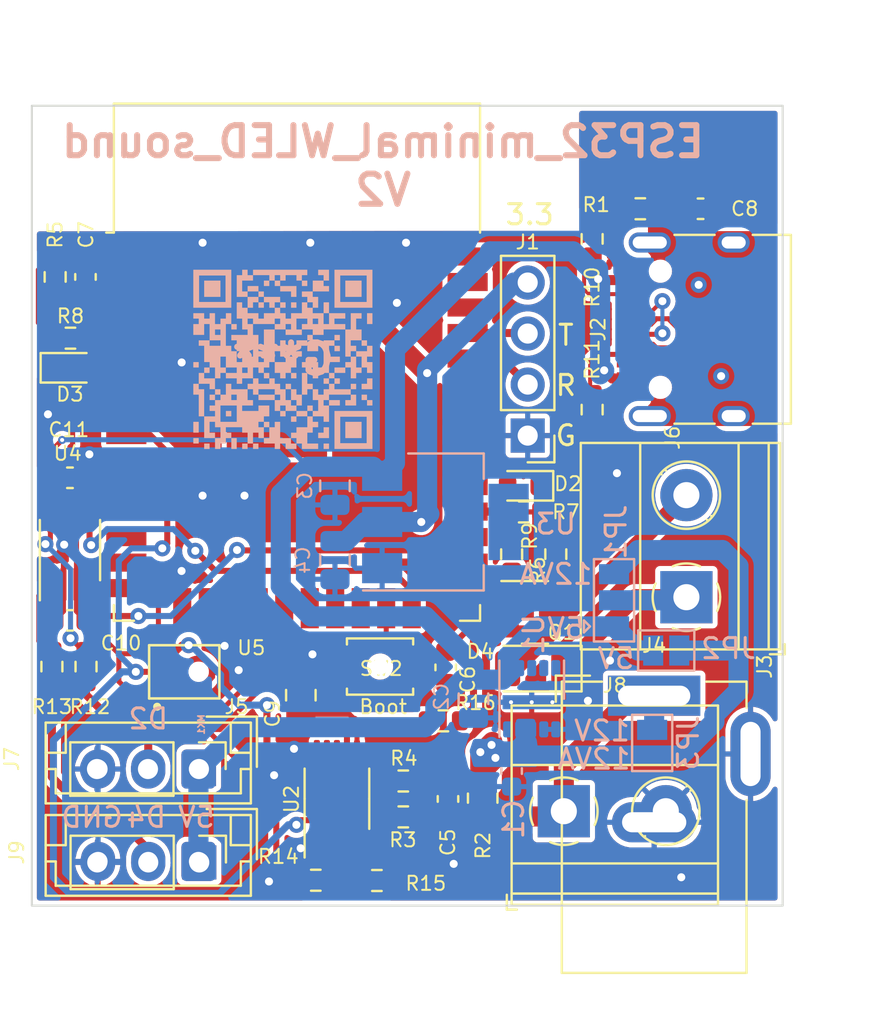
<source format=kicad_pcb>
(kicad_pcb (version 20211014) (generator pcbnew)
  (layers (0 "F.Cu" signal) (31 "B.Cu" signal) (34 "B.Paste" user) (35 "F.Paste" user) (36 "B.SilkS" user "B.Silkscreen") (37 "F.SilkS" user "F.Silkscreen") (38 "B.Mask" user) (39 "F.Mask" user) (44 "Edge.Cuts" user))
  (net 0 "")
  (net 1 "+5V")
  (net 2 "EN")
  (net 3 "IO00")
  (net 4 "/U_GND")
  (net 5 "Net-(D2-Pad1)")
  (net 6 "M1")
  (net 7 "Net-(D3-Pad2)")
  (net 8 "/O1V")
  (net 9 "/O1")
  (net 10 "WS2812B_2")
  (net 11 "+12V")
  (net 12 "Net-(Q1-Pad1)")
  (net 13 "WS")
  (net 14 "Net-(J2-PadB5)")
  (net 15 "Net-(J2-PadA5)")
  (net 16 "Net-(R12-Pad1)")
  (net 17 "Net-(R13-Pad1)")
  (net 20 "SCK")
  (net 21 "SD")
  (net 22 "GPIO_2")
  (net 47 "Net-(J1-Pad2)")
  (net 48 "/D+")
  (net 49 "/D-")
  (net 50 "GND")
  (net 51 "+3V3")
  (net 52 "WS2812B_4")
  (net 53 "GPIO_4")
  (net 54 "Net-(J1-Pad3)")
  (net 55 "Net-(R3-Pad2)")
  (net 57 "Net-(R4-Pad1)")
  (net 58 "+12VA")
  (footprint "RF_Module:ESP32-WROOM-32" (layer "F.Cu") (at 124.307235 71.638632)
    (fp_text reference "U5")
    (fp_text value "ESP32-WROOM-32")
  )
  (footprint "ICS-43434:MIC_ICS-43434" (layer "F.Cu") (at 118.692734 84.060871 90)
    (fp_text reference "MK1")
    (fp_text value "ICS-43434")
  )
  (footprint "TerminalBlock_Phoenix:TerminalBlock_Phoenix_MKDS-1,5-2-5.08_1x02_P5.08mm_Horizontal" (layer "F.Cu") (at 143.705 80.345 90)
    (fp_text reference "J3")
    (fp_text value "Conn_01x02_Male")
  )
  (footprint "Capacitor_SMD:C_0603_1608Metric" (layer "F.Cu") (at 113 81.5)
    (fp_text reference "C10")
    (fp_text value "100nF")
  )
  (footprint "Resistor_SMD:R_0603_1608Metric" (layer "F.Cu") (at 139.010185 71.006724 -90)
    (fp_text reference "R11")
    (fp_text value "5.1k")
  )
  (footprint "Resistor_SMD:R_0603_1608Metric" (layer "F.Cu") (at 131.6 86.5)
    (fp_text reference "R16")
    (fp_text value "10k")
  )
  (footprint "Resistor_SMD:R_0603_1608Metric" (layer "F.Cu") (at 141.410185 61.006724 180)
    (fp_text reference "R1")
    (fp_text value "1M")
  )
  (footprint "Resistor_SMD:R_0805_2012Metric" (layer "F.Cu") (at 133.5584 90.349543 -90)
    (fp_text reference "R2")
    (fp_text value "0.01")
  )
  (footprint "Connector_PinHeader_2.54mm:PinHeader_1x03_P2.54mm_Vertical" (layer "F.Cu") (at 119.44 93.55 -90)
    (fp_text reference "J9")
    (fp_text value "Conn_01x03_Male")
  )
  (footprint "Diode_SMD:D_1206_3216Metric" (layer "F.Cu") (at 136.2 83.9 180)
    (fp_text reference "D4")
    (fp_text value "1N4148")
  )
  (footprint "Connector_USB:USB_C_Receptacle_HRO_TYPE-C-31-M-12" (layer "F.Cu") (at 145.010185 67.006724 90)
    (fp_text reference "J2")
    (fp_text value "USB_C_Receptacle_USB2.0")
  )
  (footprint "Capacitor_SMD:C_0603_1608Metric" (layer "F.Cu") (at 113.772563 64.4 90)
    (fp_text reference "C7")
    (fp_text value "0.1u")
  )
  (footprint "Resistor_SMD:R_0603_1608Metric" (layer "F.Cu") (at 112.262622 64.400681 -90)
    (fp_text reference "R5")
    (fp_text value "10k")
  )
  (footprint "Package_TO_SOT_SMD:SOT-23" (layer "F.Cu") (at 136.1625 81.1)
    (fp_text reference "Q1")
    (fp_text value "AO3400A")
  )
  (footprint "LED_SMD:LED_0603_1608Metric" (layer "F.Cu") (at 135.5875 74.8 180)
    (fp_text reference "D2")
    (fp_text value "LED")
  )
  (footprint "Capacitor_SMD:C_0603_1608Metric" (layer "F.Cu") (at 131.715095 83.840714 -90)
    (fp_text reference "C6")
    (fp_text value "0.1u")
  )
  (footprint "Button_Switch_SMD:SW_SPST_B3U-1000P-B" (layer "F.Cu") (at 128.445285 83.79769)
    (fp_text reference "SW2")
    (fp_text value "Boot")
  )
  (footprint "Capacitor_SMD:C_0603_1608Metric" (layer "F.Cu") (at 144.410185 61.006724 180)
    (fp_text reference "C8")
    (fp_text value "0.1u")
  )
  (footprint "Capacitor_SMD:C_0603_1608Metric" (layer "F.Cu") (at 131.829485 90.389163 -90)
    (fp_text reference "C5")
    (fp_text value "0.1uF")
  )
  (footprint "Resistor_SMD:R_0603_1608Metric" (layer "F.Cu") (at 137.2 78.2 -90)
    (fp_text reference "R6")
    (fp_text value "1k")
  )
  (footprint "Connector_JST:JST_EH_B3B-EH-A_1x03_P2.50mm_Vertical" (layer "F.Cu") (at 119.4 88.9 180)
    (fp_text reference "J5")
    (fp_text value "Conn_01x03_Male")
  )
  (footprint "Resistor_SMD:R_0603_1608Metric" (layer "F.Cu") (at 129.603577 89.495665)
    (fp_text reference "R4")
    (fp_text value "10")
  )
  (footprint "TerminalBlock_Phoenix:TerminalBlock_Phoenix_MKDS-1,5-2-5.08_1x02_P5.08mm_Horizontal" (layer "F.Cu") (at 137.6 91)
    (fp_text reference "J8")
    (fp_text value "Conn_01x02_Male")
  )
  (footprint "Resistor_SMD:R_0603_1608Metric" (layer "F.Cu") (at 113.025 67.45)
    (fp_text reference "R8")
    (fp_text value "100")
  )
  (footprint "Connector_BarrelJack:BarrelJack_GCT_DCJ200-10-A_Horizontal" (layer "F.Cu") (at 142.1 85.25)
    (fp_text reference "J4")
    (fp_text value "Barrel_Jack_Switch_Pin3Ring")
  )
  (footprint "Connector_PinHeader_2.54mm:PinHeader_1x04_P2.54mm_Vertical" (layer "F.Cu") (at 135.8 72.3 180)
    (fp_text reference "J1")
    (fp_text value "Conn_01x04_Male")
  )
  (footprint "Resistor_SMD:R_0603_1608Metric" (layer "F.Cu") (at 128.288368 94.449546 180)
    (fp_text reference "R15")
    (fp_text value "4,7k")
  )
  (footprint "Connector_JST:JST_EH_B3B-EH-A_1x03_P2.50mm_Vertical" (layer "F.Cu") (at 119.4 93.5 180)
    (fp_text reference "J6")
    (fp_text value "Conn_01x03_Male")
  )
  (footprint "LED_SMD:LED_0603_1608Metric" (layer "F.Cu") (at 113.025 68.925)
    (fp_text reference "D3")
    (fp_text value "LED")
  )
  (footprint "Resistor_SMD:R_0603_1608Metric" (layer "F.Cu") (at 112.1 83.8 -90)
    (fp_text reference "R13")
    (fp_text value "300")
  )
  (footprint "Resistor_SMD:R_0603_1608Metric" (layer "F.Cu") (at 135 78.2 -90)
    (fp_text reference "R9")
    (fp_text value "150")
  )
  (footprint "Resistor_SMD:R_0603_1608Metric" (layer "F.Cu") (at 113.8 83.8 -90)
    (fp_text reference "R12")
    (fp_text value "300")
  )
  (footprint "Resistor_SMD:R_0603_1608Metric" (layer "F.Cu") (at 139.010185 62.506724 90)
    (fp_text reference "R10")
    (fp_text value "5.1k")
  )
  (footprint "Capacitor_SMD:C_0603_1608Metric" (layer "F.Cu") (at 113 74.4)
    (fp_text reference "C11")
    (fp_text value "100nF")
  )
  (footprint "Package_SO:SSOP-8_2.95x2.8mm_P0.65mm" (layer "F.Cu") (at 113 78 90)
    (fp_text reference "U4")
    (fp_text value "TXS0102DCT")
  )
  (footprint "Resistor_SMD:R_0603_1608Metric" (layer "F.Cu") (at 129.603577 91.282662 180)
    (fp_text reference "R3")
    (fp_text value "10")
  )
  (footprint "Connector_PinHeader_2.54mm:PinHeader_1x03_P2.54mm_Vertical" (layer "F.Cu") (at 119.425 88.9 -90)
    (fp_text reference "J7")
    (fp_text value "Conn_01x03_Male")
  )
  (footprint "Resistor_SMD:R_0603_1608Metric" (layer "F.Cu") (at 135.6 76.1)
    (fp_text reference "R7")
    (fp_text value "10k")
  )
  (footprint "Package_SO:VSSOP-10_3x3mm_P0.5mm" (layer "F.Cu") (at 126.297678 90.378931 90)
    (fp_text reference "U2")
    (fp_text value "INA226")
  )
  (footprint "Capacitor_SMD:C_0805_2012Metric" (layer "F.Cu") (at 124.5 85.22377 90)
    (fp_text reference "C9")
    (fp_text value "0.1uF")
  )
  (footprint "Resistor_SMD:R_0603_1608Metric" (layer "F.Cu") (at 125.244502 94.436476 180)
    (fp_text reference "R14")
    (fp_text value "4,7k")
  )
  (footprint "Package_TO_SOT_SMD:SOT-223" (layer "B.Cu") (at 131.7 76.6)
    (fp_text reference "U3")
    (fp_text value "LM1117-3.3")
  )
  (footprint "Capacitor_SMD:C_0805_2012Metric" (layer "B.Cu") (at 126.2 74.8 -90)
    (fp_text reference "C3")
    (fp_text value "0.1uF")
  )
  (footprint "Jumper:SolderJumper-2_P1.3mm_Open_Pad1.0x1.5mm" (layer "B.Cu") (at 142 87.6 90)
    (fp_text reference "JP3")
    (fp_text value "SolderJumper_2_Open")
  )
  (footprint "Jumper:SolderJumper-2_P1.3mm_Open_Pad1.0x1.5mm" (layer "B.Cu") (at 142.7 83 180)
    (fp_text reference "JP2")
    (fp_text value "SolderJumper_2_Open")
  )
  (footprint "LOGO" (layer "B.Cu") (at 123.614559 68.494837 180)
    (fp_text reference "G***")
    (fp_text value "LOGO" hide)
  )
  (footprint "Capacitor_SMD:C_0805_2012Metric" (layer "B.Cu") (at 126.2 78.5 90)
    (fp_text reference "C4")
    (fp_text value "0.1uF")
  )
  (footprint "Package_LGA:Texas_SIL0010A_MicroSiP-10-1EP_3.8x3mm_P0.6mm_EP0.7x2.9mm_ThermalVias" (layer "B.Cu") (at 136 85.4 90)
    (fp_text reference "U1")
    (fp_text value "LMZM23601V5")
  )
  (footprint "Jumper:SolderJumper-3_P1.3mm_Open_Pad1.0x1.5mm" (layer "B.Cu") (at 140.1 80.5 90)
    (fp_text reference "JP1")
    (fp_text value "SolderJumper_3_Open")
  )
  (footprint "Capacitor_SMD:C_0805_2012Metric" (layer "B.Cu") (at 133.1 85.4 -90)
    (fp_text reference "C2")
    (fp_text value "22uF")
  )
  (footprint "Capacitor_SMD:C_0603_1608Metric" (layer "B.Cu") (at 135 89 -90)
    (fp_text reference "C1")
    (fp_text value "10uF")
  )
  (gr_rect (start 111.1 55.878023) (end 148.5 95.7) (layer "Edge.Cuts") (width 0.1) (fill none))
  (gr_text "5V" (at 137.7 81.9) (layer "B.SilkS") (effects (font (size 1 1)) (justify mirror)))
  (gr_text "12VA" (at 137.2 79.2) (layer "B.SilkS") (effects (font (size 1 1)) (justify mirror)))
  (gr_text "GND" (at 114.1 91.3) (layer "B.SilkS") (effects (font (size 1 1)) (justify mirror)))
  (gr_text "12V" (at 139.5 87) (layer "B.SilkS") (effects (font (size 1 1)) (justify mirror)))
  (gr_text "ESP32_minimal_WLED_sound\nV2" (at 128.594063 58.872073) (layer "B.SilkS") (effects (font (size 1.5 1.5) (thickness 0.3)) (justify mirror)))
  (gr_text "D2" (at 116.9 86.4) (layer "B.SilkS") (effects (font (size 1 1)) (justify mirror)))
  (gr_text "D4" (at 116.8 91.3) (layer "B.SilkS") (effects (font (size 1 1)) (justify mirror)))
  (gr_text "5V" (at 119.3 91.3) (layer "B.SilkS") (effects (font (size 1 1)) (justify mirror)))
  (gr_text "5V" (at 140.2 83.4) (layer "B.SilkS") (effects (font (size 1 1)) (justify mirror)))
  (gr_text "12VA" (at 139.1 88.4) (layer "B.SilkS") (effects (font (size 1 1)) (justify mirror)))
  (gr_text "R" (at 137.7 69.8) (layer "F.SilkS") (effects (font (size 1 1))))
  (gr_text "T" (at 137.7 67.3) (layer "F.SilkS") (effects (font (size 1 1))))
  (gr_text "G" (at 137.7 72.3) (layer "F.SilkS") (effects (font (size 1 1))))
  (gr_text "3.3" (at 135.9 61.3) (layer "F.SilkS") (effects (font (size 1 1))))
  (segment (start 139.360185 64.556724) (end 139.310185 64.506724) (width 0.5) (layer "F.Cu") (net 1))
  (segment (start 112.6 75.235717) (end 112.6 76.225) (width 0.25) (layer "F.Cu") (net 1))
  (segment (start 140.965185 64.556724) (end 139.360185 64.556724) (width 0.5) (layer "F.Cu") (net 1))
  (segment (start 112.225 74.860717) (end 112.6 75.235717) (width 0.25) (layer "F.Cu") (net 1))
  (segment (start 112.6 76.225) (end 112.675 76.3) (width 0.25) (layer "F.Cu") (net 1))
  (segment (start 112.225 74.4) (end 112.225 74.860717) (width 0.25) (layer "F.Cu") (net 1))
  (segment (start 112.172156 74.347156) (end 112.225 74.4) (width 0.25) (layer "F.Cu") (net 1))
  (segment (start 139.610185 69.051523) (end 140.015386 69.456724) (width 0.5) (layer "F.Cu") (net 1))
  (segment (start 112.172156 72.955459) (end 112.172156 74.347156) (width 0.25) (layer "F.Cu") (net 1))
  (segment (start 112.608989 72.518626) (end 112.172156 72.955459) (width 0.25) (layer "F.Cu") (net 1))
  (segment (start 140.015386 69.456724) (end 140.965185 69.456724) (width 0.5) (layer "F.Cu") (net 1))
  (via (at 112.608989 72.518626) (size 0.4) (drill 0.2) (layers "F.Cu" "B.Cu") (net 1))
  (via (at 139.310185 64.506724) (size 0.8) (drill 0.4) (layers "F.Cu" "B.Cu") (net 1))
  (via (at 139.610185 69.051523) (size 0.8) (drill 0.4) (layers "F.Cu" "B.Cu") (net 1))
  (segment (start 139.310185 64.379279) (end 138.056177 63.125271) (width 1) (layer "B.Cu") (net 1))
  (segment (start 123.5 75.2) (end 124.85 73.85) (width 1) (layer "B.Cu") (net 1))
  (segment (start 134.8 83.875) (end 134.8 83.3) (width 1) (layer "B.Cu") (net 1))
  (segment (start 133.921715 63.274709) (end 129.189499 68.006925) (width 1) (layer "B.Cu") (net 1))
  (segment (start 131.2 86.3) (end 131.2 85.8) (width 1) (layer "B.Cu") (net 1))
  (segment (start 139.310185 64.506724) (end 139.310185 64.006724) (width 1) (layer "B.Cu") (net 1))
  (segment (start 130.7 81.3) (end 125 81.3) (width 1) (layer "B.Cu") (net 1))
  (segment (start 123.508381 72.508381) (end 124.85 73.85) (width 0.25) (layer "B.Cu") (net 1))
  (segment (start 132.55 84.45) (end 133.1 84.45) (width 1) (layer "B.Cu") (net 1))
  (segment (start 124.85 73.85) (end 126.2 73.85) (width 1) (layer "B.Cu") (net 1))
  (segment (start 136.3 81.8) (end 140.1 81.8) (width 1) (layer "B.Cu") (net 1))
  (segment (start 133.921715 63.125271) (end 133.921715 63.274709) (width 1) (layer "B.Cu") (net 1))
  (segment (start 121.506834 86.818166) (end 130.681834 86.818166) (width 1) (layer "B.Cu") (net 1))
  (segment (start 139.410185 64.606724) (end 139.310185 64.506724) (width 1) (layer "B.Cu") (net 1))
  (segment (start 133.1 83.7) (end 133.1 84.45) (width 1) (layer "B.Cu") (net 1))
  (segment (start 112.608989 72.518626) (end 112.619234 72.508381) (width 0.25) (layer "B.Cu") (net 1))
  (segment (start 141.3 83) (end 140.1 81.8) (width 1) (layer "B.Cu") (net 1))
  (segment (start 139.610185 69.051523) (end 139.410185 68.851523) (width 1) (layer "B.Cu") (net 1))
  (segment (start 134.55 84.45) (end 135.07548 83.92452) (width 1) (layer "B.Cu") (net 1))
  (segment (start 119.4 88.925) (end 121.506834 86.818166) (width 1) (layer "B.Cu") (net 1))
  (segment (start 130.681834 86.818166) (end 131.2 86.3) (width 1) (layer "B.Cu") (net 1))
  (segment (start 142.05 83) (end 141.3 83) (width 1) (layer "B.Cu") (net 1))
  (segment (start 130.7 81.3) (end 133.1 83.7) (width 1) (layer "B.Cu") (net 1))
  (segment (start 133.1 84.45) (end 134.55 84.45) (width 1) (layer "B.Cu") (net 1))
  (segment (start 135.07548 83.92452) (end 135.07548 83.875) (width 1) (layer "B.Cu") (net 1))
  (segment (start 128.1 73.85) (end 128.55 74.3) (width 1) (layer "B.Cu") (net 1))
  (segment (start 139.610185 69.051523) (end 139.410185 69.251523) (width 1) (layer "B.Cu") (net 1))
  (segment (start 123.5 79.8) (end 123.5 75.2) (width 1) (layer "B.Cu") (net 1))
  (segment (start 139.410185 68.851523) (end 139.410185 64.606724) (width 1) (layer "B.Cu") (net 1))
  (segment (start 138.056177 63.125271) (end 133.921715 63.125271) (width 1) (layer "B.Cu") (net 1))
  (segment (start 112.619234 72.508381) (end 123.508381 72.508381) (width 0.25) (layer "B.Cu") (net 1))
  (segment (start 126.2 73.85) (end 128.1 73.85) (width 1) (layer "B.Cu") (net 1))
  (segment (start 119.4 93.5) (end 119.4 88.925) (width 1) (layer "B.Cu") (net 1))
  (segment (start 134.8 83.3) (end 136.3 81.8) (width 1) (layer "B.Cu") (net 1))
  (segment (start 129.189499 68.006925) (end 129.189499 73.660501) (width 1) (layer "B.Cu") (net 1))
  (segment (start 139.310185 64.506724) (end 139.310185 64.379279) (width 1) (layer "B.Cu") (net 1))
  (segment (start 131.2 85.8) (end 132.55 84.45) (width 1) (layer "B.Cu") (net 1))
  (segment (start 125 81.3) (end 123.5 79.8) (width 1) (layer "B.Cu") (net 1))
  (segment (start 129.189499 73.660501) (end 128.55 74.3) (width 1) (layer "B.Cu") (net 1))
  (segment (start 114.329234 66.07452) (end 113.111461 66.07452) (width 0.5) (layer "F.Cu") (net 2))
  (segment (start 114.480122 65.923632) (end 114.329234 66.07452) (width 0.5) (layer "F.Cu") (net 2))
  (segment (start 113.111461 66.07452) (end 112.262622 65.225681) (width 0.5) (layer "F.Cu") (net 2))
  (segment (start 114.480122 65.923632) (end 115.807235 65.923632) (width 0.5) (layer "F.Cu") (net 2))
  (segment (start 133.1 82.266339) (end 132.807235 81.973574) (width 0.35) (layer "F.Cu") (net 3))
  (segment (start 133.1 85.825) (end 133.1 82.266339) (width 0.35) (layer "F.Cu") (net 3))
  (segment (start 130.145285 83.79769) (end 130.983119 83.79769) (width 0.3) (layer "F.Cu") (net 3))
  (segment (start 130.983119 83.79769) (end 131.715095 83.065714) (width 0.3) (layer "F.Cu") (net 3))
  (segment (start 132.425 86.5) (end 133.1 85.825) (width 0.35) (layer "F.Cu") (net 3))
  (segment (start 132.807235 81.973574) (end 132.807235 79.893632) (width 0.3) (layer "F.Cu") (net 3))
  (segment (start 131.715095 83.065714) (end 132.807235 81.973574) (width 0.3) (layer "F.Cu") (net 3))
  (via (at 145.434389 69.339143) (size 0.8) (drill 0.4) (layers "F.Cu" "B.Cu") (net 4))
  (via (at 144.316757 64.794106) (size 0.8) (drill 0.4) (layers "F.Cu" "B.Cu") (net 4))
  (segment (start 137.5 75.1) (end 137.5 77.075) (width 0.5) (layer "F.Cu") (net 5))
  (segment (start 136.375 74.8) (end 137.2 74.8) (width 0.5) (layer "F.Cu") (net 5))
  (segment (start 137.2 74.8) (end 137.5 75.1) (width 0.5) (layer "F.Cu") (net 5))
  (segment (start 137.5 77.075) (end 137.2 77.375) (width 0.5) (layer "F.Cu") (net 5))
  (segment (start 135 77.375) (end 135 76.325) (width 0.5) (layer "F.Cu") (net 6))
  (segment (start 135 76.325) (end 134.775 76.1) (width 0.5) (layer "F.Cu") (net 6))
  (segment (start 134.775 76.1) (end 134.775 74.825) (width 0.5) (layer "F.Cu") (net 6))
  (segment (start 134.758632 76.083632) (end 134.775 76.1) (width 0.4) (layer "F.Cu") (net 6))
  (segment (start 132.807235 76.083632) (end 134.758632 76.083632) (width 0.4) (layer "F.Cu") (net 6))
  (segment (start 134.775 74.825) (end 134.8 74.8) (width 0.5) (layer "F.Cu") (net 6))
  (segment (start 113.725 68.9625) (end 113.6875 69) (width 0.3) (layer "F.Cu") (net 7))
  (segment (start 113.725 67.6) (end 113.725 68.9625) (width 0.3) (layer "F.Cu") (net 7))
  (segment (start 141.155 80.345) (end 143.705 80.345) (width 0.8) (layer "F.Cu") (net 8))
  (segment (start 137.6 83.9) (end 141.155 80.345) (width 0.8) (layer "F.Cu") (net 8))
  (segment (start 140.1 80.5) (end 143.55 80.5) (width 1) (layer "B.Cu") (net 8))
  (segment (start 143.55 80.5) (end 143.705 80.345) (width 1) (layer "B.Cu") (net 8))
  (segment (start 135.172481 83.9) (end 137.1 81.972481) (width 0.8) (layer "F.Cu") (net 9))
  (segment (start 137.1 81.972481) (end 137.1 81.1) (width 0.8) (layer "F.Cu") (net 9))
  (segment (start 137.87 81.1) (end 143.705 75.265) (width 0.8) (layer "F.Cu") (net 9))
  (segment (start 137.1 81.1) (end 137.87 81.1) (width 0.8) (layer "F.Cu") (net 9))
  (segment (start 134.8 83.9) (end 135.172481 83.9) (width 0.8) (layer "F.Cu") (net 9))
  (segment (start 114.5 85.9) (end 115.9 85.9) (width 0.4) (layer "F.Cu") (net 10))
  (segment (start 113.8 84.825) (end 113.8 85.2) (width 0.4) (layer "F.Cu") (net 10))
  (segment (start 115.9 85.9) (end 116.9 86.9) (width 0.4) (layer "F.Cu") (net 10))
  (segment (start 113.8 85.2) (end 114.5 85.9) (width 0.4) (layer "F.Cu") (net 10))
  (segment (start 116.9 86.9) (end 116.9 88) (width 0.4) (layer "F.Cu") (net 10))
  (segment (start 141.05 85.25) (end 142.1 85.25) (width 1) (layer "F.Cu") (net 11))
  (segment (start 137.337957 91.262043) (end 137.6 91) (width 1) (layer "F.Cu") (net 11))
  (segment (start 137.6 88.7) (end 141.05 85.25) (width 1) (layer "F.Cu") (net 11))
  (segment (start 137.6 91) (end 137.6 88.7) (width 1) (layer "F.Cu") (net 11))
  (segment (start 133.5584 91.262043) (end 137.337957 91.262043) (width 1) (layer "F.Cu") (net 11))
  (segment (start 131.829485 91.164163) (end 133.46052 91.164163) (width 0.5) (layer "F.Cu") (net 11))
  (segment (start 133.46052 91.164163) (end 133.5584 91.262043) (width 0.5) (layer "F.Cu") (net 11))
  (segment (start 130.428577 91.282662) (end 131.710986 91.282662) (width 0.5) (layer "F.Cu") (net 11))
  (segment (start 142.1 85.25) (end 142.1 86.85) (width 1) (layer "B.Cu") (net 11))
  (segment (start 142.1 86.85) (end 142 86.95) (width 1) (layer "B.Cu") (net 11))
  (segment (start 135.225 80.15) (end 135.225 79.25) (width 0.5) (layer "F.Cu") (net 12))
  (segment (start 135.225 79.25) (end 135 79.025) (width 0.5) (layer "F.Cu") (net 12))
  (segment (start 117.835421 85.799193) (end 120.716067 85.799193) (width 0.25) (layer "F.Cu") (net 13))
  (segment (start 120.716067 85.799193) (end 124.07282 82.44244) (width 0.25) (layer "F.Cu") (net 13))
  (segment (start 117.331734 85.295506) (end 117.835421 85.799193) (width 0.25) (layer "F.Cu") (net 13))
  (segment (start 124.07282 82.44244) (end 128.453824 82.44244) (width 0.25) (layer "F.Cu") (net 13))
  (segment (start 128.752235 82.144029) (end 128.752235 80.893632) (width 0.25) (layer "F.Cu") (net 13))
  (segment (start 128.453824 82.44244) (end 128.752235 82.144029) (width 0.25) (layer "F.Cu") (net 13))
  (segment (start 117.331734 84.960871) (end 117.331734 85.295506) (width 0.25) (layer "F.Cu") (net 13))
  (segment (start 138.610185 65.006724) (end 138.610185 63.831724) (width 0.2) (layer "F.Cu") (net 14))
  (segment (start 140.965185 65.256724) (end 138.860185 65.256724) (width 0.2) (layer "F.Cu") (net 14))
  (segment (start 138.860185 65.256724) (end 138.610185 65.006724) (width 0.2) (layer "F.Cu") (net 14))
  (segment (start 138.610185 63.831724) (end 139.110185 63.331724) (width 0.2) (layer "F.Cu") (net 14))
  (segment (start 139.010185 70.181724) (end 138.910674 70.082213) (width 0.2) (layer "F.Cu") (net 15))
  (segment (start 139.225169 68.256724) (end 138.942677 68.539216) (width 0.25) (layer "F.Cu") (net 15))
  (segment (start 138.910674 70.082213) (end 138.910674 68.571219) (width 0.2) (layer "F.Cu") (net 15))
  (segment (start 138.910674 68.571219) (end 138.942677 68.539216) (width 0.2) (layer "F.Cu") (net 15))
  (segment (start 140.965185 68.256724) (end 139.225169 68.256724) (width 0.25) (layer "F.Cu") (net 15))
  (segment (start 111.776983 77.701299) (end 112.025 77.453282) (width 0.25) (layer "F.Cu") (net 16))
  (segment (start 113.8 83.160233) (end 113.027895 82.388128) (width 0.25) (layer "F.Cu") (net 16))
  (segment (start 112.025 77.453282) (end 112.025 76.3) (width 0.25) (layer "F.Cu") (net 16))
  (segment (start 113.8 83.175) (end 113.8 83.160233) (width 0.25) (layer "F.Cu") (net 16))
  (via (at 113.027895 82.388128) (size 0.8) (drill 0.4) (layers "F.Cu" "B.Cu") (net 16))
  (via (at 111.776983 77.701299) (size 0.8) (drill 0.4) (layers "F.Cu" "B.Cu") (net 16))
  (segment (start 113.027895 78.952211) (end 113.027895 82.388128) (width 0.25) (layer "B.Cu") (net 16))
  (segment (start 111.776983 77.701299) (end 113.027895 78.952211) (width 0.25) (layer "B.Cu") (net 16))
  (segment (start 111.45048 82.52548) (end 112.1 83.175) (width 0.25) (layer "F.Cu") (net 17))
  (segment (start 111.45048 80.27452) (end 111.45048 82.52548) (width 0.25) (layer "F.Cu") (net 17))
  (segment (start 112.025 79.7) (end 111.45048 80.27452) (width 0.25) (layer "F.Cu") (net 17))
  (segment (start 118.580822 82.733783) (end 118.153734 83.160871) (width 0.35) (layer "F.Cu") (net 20))
  (segment (start 122.810994 85.718666) (end 122.810994 87.697642) (width 0.35) (layer "F.Cu") (net 20))
  (segment (start 118.153734 83.160871) (end 118.153734 82.719953) (width 0.25) (layer "F.Cu") (net 20))
  (segment (start 127.297678 94.283856) (end 127.463368 94.449546) (width 0.3) (layer "F.Cu") (net 20))
  (segment (start 118.153734 82.719953) (end 117.405932 81.972151) (width 0.25) (layer "F.Cu") (net 20))
  (segment (start 126.036101 90.922749) (end 126.715778 90.922749) (width 0.35) (layer "F.Cu") (net 20))
  (segment (start 127.297678 92.578931) (end 127.297678 94.283856) (width 0.3) (layer "F.Cu") (net 20))
  (segment (start 117.405932 81.972151) (end 117.405932 78.972329) (width 0.25) (layer "F.Cu") (net 20))
  (segment (start 117.405932 78.972329) (end 117.057235 78.623632) (width 0.25) (layer "F.Cu") (net 20))
  (segment (start 122.810994 87.697642) (end 126.036101 90.922749) (width 0.35) (layer "F.Cu") (net 20))
  (segment (start 117.057235 78.623632) (end 115.807235 78.623632) (width 0.25) (layer "F.Cu") (net 20))
  (segment (start 127.322198 91.529169) (end 127.322198 92.578931) (width 0.35) (layer "F.Cu") (net 20))
  (segment (start 118.909629 82.733783) (end 118.580822 82.733783) (width 0.35) (layer "F.Cu") (net 20))
  (segment (start 126.715778 90.922749) (end 127.322198 91.529169) (width 0.35) (layer "F.Cu") (net 20))
  (via (at 118.909629 82.733783) (size 0.8) (drill 0.4) (layers "F.Cu" "B.Cu") (net 20))
  (via (at 122.810994 85.718666) (size 0.8) (drill 0.4) (layers "F.Cu" "B.Cu") (net 20))
  (segment (start 119.032564 82.733783) (end 118.909629 82.733783) (width 0.35) (layer "B.Cu") (net 20))
  (segment (start 120.501556 84.791076) (end 120.501556 84.202775) (width 0.35) (layer "B.Cu") (net 20))
  (segment (start 122.810994 85.718666) (end 121.429146 85.718666) (width 0.35) (layer "B.Cu") (net 20))
  (segment (start 120.501556 84.202775) (end 119.032564 82.733783) (width 0.35) (layer "B.Cu") (net 20))
  (segment (start 121.429146 85.718666) (end 120.501556 84.791076) (width 0.35) (layer "B.Cu") (net 20))
  (segment (start 117.846221 77.665516) (end 117.846221 73.121341) (width 0.3) (layer "F.Cu") (net 21))
  (segment (start 124.508314 91.447269) (end 124.278779 91.676804) (width 0.3) (layer "F.Cu") (net 21))
  (segment (start 116.998512 72.273632) (end 115.807235 72.273632) (width 0.3) (layer "F.Cu") (net 21))
  (segment (start 126.797678 92.578931) (end 126.797678 93.7083) (width 0.3) (layer "F.Cu") (net 21))
  (segment (start 117.846221 73.121341) (end 116.998512 72.273632) (width 0.3) (layer "F.Cu") (net 21))
  (segment (start 126.491377 91.447269) (end 124.508314 91.447269) (width 0.3) (layer "F.Cu") (net 21))
  (segment (start 126.797678 93.7083) (end 126.069502 94.436476) (width 0.3) (layer "F.Cu") (net 21))
  (segment (start 126.797678 92.578931) (end 126.797678 91.75357) (width 0.3) (layer "F.Cu") (net 21))
  (segment (start 117.331734 84.060871) (end 116.280107 84.060871) (width 0.3) (layer "F.Cu") (net 21))
  (segment (start 126.797678 91.75357) (end 126.491377 91.447269) (width 0.3) (layer "F.Cu") (net 21))
  (segment (start 117.600123 77.911614) (end 117.846221 77.665516) (width 0.3) (layer "F.Cu") (net 21))
  (segment (start 116.280107 84.060871) (end 116.279404 84.061574) (width 0.3) (layer "F.Cu") (net 21))
  (via (at 116.279404 84.061574) (size 0.8) (drill 0.4) (layers "F.Cu" "B.Cu") (net 21))
  (via (at 117.600123 77.911614) (size 0.8) (drill 0.4) (layers "F.Cu" "B.Cu") (net 21))
  (via (at 124.278779 91.676804) (size 0.8) (drill 0.4) (layers "F.Cu" "B.Cu") (net 21))
  (segment (start 123.866998 91.676804) (end 120.451457 95.092345) (width 0.35) (layer "B.Cu") (net 21))
  (segment (start 117.600123 77.911614) (end 116.052143 77.911614) (width 0.3) (layer "B.Cu") (net 21))
  (segment (start 112.971321 95.092345) (end 112.176729 94.297753) (width 0.35) (layer "B.Cu") (net 21))
  (segment (start 115.432007 83.214177) (end 116.279404 84.061574) (width 0.3) (layer "B.Cu") (net 21))
  (segment (start 115.432007 78.53175) (end 115.432007 83.214177) (width 0.3) (layer "B.Cu") (net 21))
  (segment (start 112.176729 87.475212) (end 115.590367 84.061574) (width 0.35) (layer "B.Cu") (net 21))
  (segment (start 116.052143 77.911614) (end 115.432007 78.53175) (width 0.3) (layer "B.Cu") (net 21))
  (segment (start 112.176729 94.297753) (end 112.176729 87.475212) (width 0.35) (layer "B.Cu") (net 21))
  (segment (start 124.278779 91.676804) (end 123.866998 91.676804) (width 0.35) (layer "B.Cu") (net 21))
  (segment (start 120.451457 95.092345) (end 112.971321 95.092345) (width 0.35) (layer "B.Cu") (net 21))
  (segment (start 115.590367 84.061574) (end 116.279404 84.061574) (width 0.35) (layer "B.Cu") (net 21))
  (segment (start 120.241714 79.034811) (end 129.042436 79.034811) (width 0.3) (layer "F.Cu") (net 22))
  (segment (start 130.022235 80.01461) (end 130.022235 80.893632) (width 0.3) (layer "F.Cu") (net 22))
  (segment (start 119.243317 78.036414) (end 120.241714 79.034811) (width 0.3) (layer "F.Cu") (net 22))
  (segment (start 113.975 76.3) (end 113.975 77.672895) (width 0.3) (layer "F.Cu") (net 22))
  (segment (start 129.042436 79.034811) (end 130.022235 80.01461) (width 0.3) (layer "F.Cu") (net 22))
  (segment (start 113.975 77.672895) (end 114.055841 77.753736) (width 0.3) (layer "F.Cu") (net 22))
  (via (at 114.055841 77.753736) (size 0.8) (drill 0.4) (layers "F.Cu" "B.Cu") (net 22))
  (via (at 119.243317 78.036414) (size 0.8) (drill 0.4) (layers "F.Cu" "B.Cu") (net 22))
  (segment (start 114.85476 76.954817) (end 114.055841 77.753736) (width 0.3) (layer "B.Cu") (net 22))
  (segment (start 118.16172 76.954817) (end 114.85476 76.954817) (width 0.3) (layer "B.Cu") (net 22))
  (segment (start 119.243317 78.036414) (end 118.16172 76.954817) (width 0.3) (layer "B.Cu") (net 22))
  (segment (start 133.786257 68.463632) (end 133.876484 68.553859) (width 0.4) (layer "F.Cu") (net 47))
  (segment (start 132.807235 68.463632) (end 133.786257 68.463632) (width 0.4) (layer "F.Cu") (net 47))
  (segment (start 134.593859 68.553859) (end 135.8 69.76) (width 0.4) (layer "F.Cu") (net 47))
  (segment (start 133.876484 68.553859) (end 134.593859 68.553859) (width 0.4) (layer "F.Cu") (net 47))
  (segment (start 141.015185 66.206724) (end 141.885209 66.206724) (width 0.2) (layer "F.Cu") (net 48))
  (segment (start 142.485209 65.606724) (end 142.510185 65.606724) (width 0.2) (layer "F.Cu") (net 48))
  (segment (start 140.965185 66.256724) (end 141.015185 66.206724) (width 0.2) (layer "F.Cu") (net 48))
  (segment (start 142.460185 67.256724) (end 142.510185 67.206724) (width 0.25) (layer "F.Cu") (net 48))
  (segment (start 140.965185 67.256724) (end 142.460185 67.256724) (width 0.25) (layer "F.Cu") (net 48))
  (segment (start 141.885209 66.206724) (end 142.485209 65.606724) (width 0.2) (layer "F.Cu") (net 48))
  (via (at 142.510185 67.206724) (size 0.8) (drill 0.4) (layers "F.Cu" "B.Cu") (net 48))
  (via (at 142.510185 65.606724) (size 0.8) (drill 0.4) (layers "F.Cu" "B.Cu") (net 48))
  (segment (start 142.510185 65.606724) (end 142.510185 67.206724) (width 0.2) (layer "B.Cu") (net 48))
  (segment (start 143.285674 67.931235) (end 143.285674 66.957599) (width 0.25) (layer "F.Cu") (net 49))
  (segment (start 142.035571 67.756724) (end 142.210082 67.931235) (width 0.25) (layer "F.Cu") (net 49))
  (segment (start 140.965185 67.756724) (end 142.035571 67.756724) (width 0.25) (layer "F.Cu") (net 49))
  (segment (start 143.285674 66.957599) (end 142.810288 66.482213) (width 0.25) (layer "F.Cu") (net 49))
  (segment (start 142.810288 66.482213) (end 142.210082 66.482213) (width 0.25) (layer "F.Cu") (net 49))
  (segment (start 141.935571 66.756724) (end 140.965185 66.756724) (width 0.25) (layer "F.Cu") (net 49))
  (segment (start 142.210082 66.482213) (end 141.935571 66.756724) (width 0.25) (layer "F.Cu") (net 49))
  (segment (start 142.210082 67.931235) (end 143.285674 67.931235) (width 0.25) (layer "F.Cu") (net 49))
  (segment (start 140.430665 70.791244) (end 140.218611 70.791244) (width 0.4) (layer "F.Cu") (net 50))
  (segment (start 139.178131 71.831724) (end 139.010185 71.831724) (width 0.4) (layer "F.Cu") (net 50))
  (segment (start 121.303596 84.076371) (end 121.40354 83.976427) (width 0.3) (layer "F.Cu") (net 50))
  (segment (start 136.425 76.1) (end 136.27548 76.24952) (width 0.5) (layer "F.Cu") (net 50))
  (segment (start 140.218611 70.791244) (end 139.178131 71.831724) (width 0.4) (layer "F.Cu") (net 50))
  (segment (start 120.075734 84.309433) (end 120.075734 84.076371) (width 0.3) (layer "F.Cu") (net 50))
  (segment (start 140.110185 62.406724) (end 139.385185 61.681724) (width 0.4) (layer "F.Cu") (net 50))
  (segment (start 118.153734 84.960871) (end 119.424296 84.960871) (width 0.3) (layer "F.Cu") (net 50))
  (segment (start 140.110185 63.206724) (end 140.110185 62.406724) (width 0.4) (layer "F.Cu") (net 50))
  (segment (start 112.675 79.7) (end 112.675 81.05) (width 0.25) (layer "F.Cu") (net 50))
  (segment (start 137.2 79.583572) (end 137.2 79.025) (width 0.25) (layer "F.Cu") (net 50))
  (segment (start 119.424296 84.960871) (end 120.075734 84.309433) (width 0.3) (layer "F.Cu") (net 50))
  (segment (start 136.27548 76.24952) (end 136.27548 78.10048) (width 0.5) (layer "F.Cu") (net 50))
  (segment (start 139.685185 61.006724) (end 139.010185 61.681724) (width 0.3) (layer "F.Cu") (net 50))
  (segment (start 140.965185 70.256724) (end 140.430665 70.791244) (width 0.4) (layer "F.Cu") (net 50))
  (segment (start 135.225 82.05) (end 135.225 81.558572) (width 0.25) (layer "F.Cu") (net 50))
  (segment (start 126.797678 88.178931) (end 126.797678 86.826151) (width 0.3) (layer "F.Cu") (net 50))
  (segment (start 140.660185 63.756724) (end 140.110185 63.206724) (width 0.4) (layer "F.Cu") (net 50))
  (segment (start 139.385185 61.681724) (end 139.010185 61.681724) (width 0.4) (layer "F.Cu") (net 50))
  (segment (start 140.965185 63.756724) (end 140.660185 63.756724) (width 0.4) (layer "F.Cu") (net 50))
  (segment (start 140.585185 61.006724) (end 139.685185 61.006724) (width 0.3) (layer "F.Cu") (net 50))
  (segment (start 135.225 81.558572) (end 137.2 79.583572) (width 0.25) (layer "F.Cu") (net 50))
  (segment (start 112.675 81.05) (end 112.225 81.5) (width 0.25) (layer "F.Cu") (net 50))
  (segment (start 120.075734 84.076371) (end 121.303596 84.076371) (width 0.3) (layer "F.Cu") (net 50))
  (segment (start 136.27548 78.10048) (end 137.2 79.025) (width 0.5) (layer "F.Cu") (net 50))
  (segment (start 126.797678 86.826151) (end 126.743028 86.771501) (width 0.3) (layer "F.Cu") (net 50))
  (via (at 119.606876 62.697154) (size 0.8) (drill 0.4) (layers "F.Cu" "B.Cu") (net 50))
  (via (at 113.966617 73.232892) (size 0.8) (drill 0.4) (layers "F.Cu" "B.Cu") (net 50))
  (via (at 118.558612 79.040389) (size 0.8) (drill 0.4) (layers "F.Cu" "B.Cu") (net 50))
  (via (at 138.8 85.5) (size 0.8) (drill 0.4) (layers "F.Cu" "B.Cu") (net 50))
  (via (at 124.491324 92.844893) (size 0.8) (drill 0.4) (layers "F.Cu" "B.Cu") (net 50))
  (via (at 123.168451 89.208713) (size 0.8) (drill 0.4) (layers "F.Cu" "B.Cu") (net 50))
  (via (at 111.904283 71.238821) (size 0.8) (drill 0.4) (layers "F.Cu" "B.Cu") (net 50))
  (via (at 122.913579 94.4981) (size 0.8) (drill 0.4) (layers "F.Cu" "B.Cu") (net 50))
  (via (at 121.693123 75.289143) (size 0.8) (drill 0.4) (layers "F.Cu" "B.Cu") (net 50))
  (via (at 143.449695 94.288889) (size 0.8) (drill 0.4) (layers "F.Cu" "B.Cu") (net 50))
  (via (at 118.563753 68.657859) (size 0.8) (drill 0.4) (layers "F.Cu" "B.Cu") (net 50))
  (via (at 140.245816 74.17151) (size 0.8) (drill 0.4) (layers "F.Cu" "B.Cu") (net 50))
  (via (at 129.284423 65.692545) (size 0.8) (drill 0.4) (layers "F.Cu" "B.Cu") (net 50))
  (via (at 121.40354 83.976427) (size 0.8) (drill 0.4) (layers "F.Cu" "B.Cu") (net 50))
  (via (at 139.9 83.5) (size 0.8) (drill 0.4) (layers "F.Cu" "B.Cu") (net 50))
  (via (at 119.606876 75.289143) (size 0.8) (drill 0.4) (layers "F.Cu" "B.Cu") (net 50))
  (via (at 112.710394 77.72924) (size 0.8) (drill 0.4) (layers "F.Cu" "B.Cu") (net 50))
  (via (at 124.97151 62.697154) (size 0.8) (drill 0.4) (layers "F.Cu" "B.Cu") (net 50))
  (via (at 124.159584 87.892619) (size 0.8) (drill 0.4) (layers "F.Cu" "B.Cu") (net 50))
  (via (at 129.740074 62.697154) (size 0.8) (drill 0.4) (layers "F.Cu" "B.Cu") (net 50))
  (via (at 120.702415 82.76759) (size 0.8) (drill 0.4) (layers "F.Cu" "B.Cu") (net 50))
  (via (at 125.079404 83.190198) (size 0.8) (drill 0.4) (layers "F.Cu" "B.Cu") (net 50))
  (via (at 132.113936 93.621876) (size 0.8) (drill 0.4) (layers "F.Cu" "B.Cu") (net 50))
  (segment (start 113.1335 72.735887) (end 113.1335 70.938263) (width 0.25) (layer "F.Cu") (net 51))
  (segment (start 112.99952 72.869867) (end 113.1335 72.735887) (width 0.25) (layer "F.Cu") (net 51))
  (segment (start 112.262622 63.665059) (end 113.772563 65.175) (width 0.4) (layer "F.Cu") (net 51))
  (segment (start 126.922578 86.17377) (end 127.174404 86.425596) (width 0.25) (layer "F.Cu") (net 51))
  (segment (start 112.262622 63.575681) (end 112.262622 63.665059) (width 0.4) (layer "F.Cu") (net 51))
  (segment (start 112.99952 70.804283) (end 112.99952 68.24952) (width 0.25) (layer "F.Cu") (net 51))
  (segment (start 114.760122 64.653632) (end 115.807235 64.653632) (width 0.5) (layer "F.Cu") (net 51))
  (segment (start 111.425589 66.675589) (end 111.425589 64.05164) (width 0.25) (layer "F.Cu") (net 51))
  (segment (start 130.775 86.5) (end 127.248808 86.5) (width 0.35) (layer "F.Cu") (net 51))
  (segment (start 113.325 76.3) (end 113.325 75.202138) (width 0.25) (layer "F.Cu") (net 51))
  (segment (start 113.1335 70.938263) (end 112.99952 70.804283) (width 0.25) (layer "F.Cu") (net 51))
  (segment (start 119.818128 86.944106) (end 119.830849 86.931385) (width 0.25) (layer "F.Cu") (net 51))
  (segment (start 125.24991 95.266884) (end 124.419502 94.436476) (width 0.3) (layer "F.Cu") (net 51))
  (segment (start 125.041745 86.17377) (end 126.922578 86.17377) (width 0.25) (layer "F.Cu") (net 51))
  (segment (start 113.772563 65.175) (end 114.238754 65.175) (width 0.4) (layer "F.Cu") (net 51))
  (segment (start 112.99952 74.876658) (end 112.99952 72.869867) (width 0.25) (layer "F.Cu") (net 51))
  (segment (start 114.238754 65.175) (end 114.760122 64.653632) (width 0.4) (layer "F.Cu") (net 51))
  (segment (start 126.155766 95.266884) (end 125.24991 95.266884) (width 0.3) (layer "F.Cu") (net 51))
  (segment (start 127.174404 86.425596) (end 127.297678 86.54887) (width 0.25) (layer "F.Cu") (net 51))
  (segment (start 122.632265 84.772988) (end 123.640963 84.772988) (width 0.25) (layer "F.Cu") (net 51))
  (segment (start 113.325 79.7) (end 113.325 76.3) (width 0.25) (layer "F.Cu") (net 51))
  (segment (start 129.113368 94.449546) (end 128.288848 95.274066) (width 0.3) (layer "F.Cu") (net 51))
  (segment (start 123.640963 84.772988) (end 125.041745 86.17377) (width 0.25) (layer "F.Cu") (net 51))
  (segment (start 115.435871 84.544556) (end 117.835421 86.944106) (width 0.25) (layer "F.Cu") (net 51))
  (segment (start 117.835421 86.944106) (end 119.818128 86.944106) (width 0.25) (layer "F.Cu") (net 51))
  (segment (start 113.325 75.202138) (end 112.99952 74.876658) (width 0.25) (layer "F.Cu") (net 51))
  (segment (start 127.248808 86.5) (end 127.174404 86.425596) (width 0.35) (layer "F.Cu") (net 51))
  (segment (start 130.790886 69.18816) (end 126.256358 64.653632) (width 1) (layer "F.Cu") (net 51))
  (segment (start 126.162948 95.274066) (end 126.155766 95.266884) (width 0.3) (layer "F.Cu") (net 51))
  (segment (start 111.425589 64.05164) (end 112.04926 63.427969) (width 0.25) (layer "F.Cu") (net 51))
  (segment (start 115.435871 83.160871) (end 117.331734 83.160871) (width 0.25) (layer "F.Cu") (net 51))
  (segment (start 112.2 67.45) (end 111.425589 66.675589) (width 0.25) (layer "F.Cu") (net 51))
  (segment (start 127.297678 86.54887) (end 127.297678 88.178931) (width 0.25) (layer "F.Cu") (net 51))
  (segment (start 113.775 81.5) (end 115.435871 83.160871) (width 0.25) (layer "F.Cu") (net 51))
  (segment (start 119.830849 86.931385) (end 120.473868 86.931385) (width 0.25) (layer "F.Cu") (net 51))
  (segment (start 124.419502 94.436476) (end 123.278193 93.295167) (width 0.3) (layer "F.Cu") (net 51))
  (segment (start 123.278193 90.404171) (end 123.278193 91.12229) (width 0.25) (layer "F.Cu") (net 51))
  (segment (start 112.99952 68.24952) (end 112.2 67.45) (width 0.25) (layer "F.Cu") (net 51))
  (segment (start 120.473868 86.931385) (end 122.632265 84.772988) (width 0.25) (layer "F.Cu") (net 51))
  (segment (start 126.256358 64.653632) (end 115.807235 64.653632) (width 1) (layer "F.Cu") (net 51))
  (segment (start 123.278193 93.295167) (end 123.278193 91.12229) (width 0.3) (layer "F.Cu") (net 51))
  (segment (start 113.325 79.7) (end 113.325 81.05) (width 0.25) (layer "F.Cu") (net 51))
  (segment (start 112.124778 63.503487) (end 112.04926 63.427969) (width 0.5) (layer "F.Cu") (net 51))
  (segment (start 113.325 81.05) (end 113.775 81.5) (width 0.25) (layer "F.Cu") (net 51))
  (segment (start 119.818128 86.944106) (end 123.278193 90.404171) (width 0.25) (layer "F.Cu") (net 51))
  (segment (start 128.288848 95.274066) (end 126.162948 95.274066) (width 0.3) (layer "F.Cu") (net 51))
  (segment (start 115.435871 83.160871) (end 115.435871 84.544556) (width 0.25) (layer "F.Cu") (net 51))
  (via (at 130.5 76.6) (size 0.8) (drill 0.4) (layers "F.Cu" "B.Cu") (net 51))
  (via (at 130.790886 69.18816) (size 0.8) (drill 0.4) (layers "F.Cu" "B.Cu") (net 51))
  (segment (start 126.2 77.55) (end 126.75 77.55) (width 1) (layer "B.Cu") (net 51))
  (segment (start 127.7 76.6) (end 128.55 76.6) (width 1) (layer "B.Cu") (net 51))
  (segment (start 126.75 77.55) (end 127.7 76.6) (width 1) (layer "B.Cu") (net 51))
  (segment (start 130.9 76.2) (end 130.5 76.6) (width 1) (layer "B.Cu") (net 51))
  (segment (start 135.120533 64.68) (end 130.790886 69.009647) (width 1) (layer "B.Cu") (net 51))
  (segment (start 130.790886 69.18816) (end 130.790886 76.090886) (width 1) (layer "B.Cu") (net 51))
  (segment (start 130.790886 69.009647) (end 130.790886 69.18816) (width 1) (layer "B.Cu") (net 51))
  (segment (start 130.5 76.6) (end 128.55 76.6) (width 1) (layer "B.Cu") (net 51))
  (segment (start 130.790886 76.090886) (end 130.9 76.2) (width 1) (layer "B.Cu") (net 51))
  (segment (start 135.8 64.68) (end 135.120533 64.68) (width 1) (layer "B.Cu") (net 51))
  (segment (start 112.1 89.3) (end 113.400935 90.600935) (width 0.4) (layer "F.Cu") (net 52))
  (segment (start 114.600935 90.600935) (end 116.9 92.9) (width 0.4) (layer "F.Cu") (net 52))
  (segment (start 113.400935 90.600935) (end 114.600935 90.600935) (width 0.4) (layer "F.Cu") (net 52))
  (segment (start 112.1 84.825) (end 112.1 89.3) (width 0.4) (layer "F.Cu") (net 52))
  (segment (start 132.065742 78.623632) (end 132.807235 78.623632) (width 0.3) (layer "F.Cu") (net 53))
  (segment (start 114.907936 81.282936) (end 116.408641 81.282936) (width 0.3) (layer "F.Cu") (net 53))
  (segment (start 113.975 79.7) (end 113.975 80.35) (width 0.3) (layer "F.Cu") (net 53))
  (segment (start 121.344111 78.015614) (end 131.457724 78.015614) (width 0.3) (layer "F.Cu") (net 53))
  (segment (start 113.975 80.35) (end 114.907936 81.282936) (width 0.3) (layer "F.Cu") (net 53))
  (segment (start 131.457724 78.015614) (end 132.065742 78.623632) (width 0.3) (layer "F.Cu") (net 53))
  (segment (start 121.323311 77.994814) (end 121.344111 78.015614) (width 0.3) (layer "F.Cu") (net 53))
  (via (at 121.323311 77.994814) (size 0.8) (drill 0.4) (layers "F.Cu" "B.Cu") (net 53))
  (via (at 116.408641 81.282936) (size 0.8) (drill 0.4) (layers "F.Cu" "B.Cu") (net 53))
  (segment (start 116.408641 81.282936) (end 118.035189 81.282936) (width 0.3) (layer "B.Cu") (net 53))
  (segment (start 118.035189 81.282936) (end 121.323311 77.994814) (width 0.3) (layer "B.Cu") (net 53))
  (segment (start 132.807235 67.193632) (end 135.773632 67.193632) (width 0.4) (layer "F.Cu") (net 54))
  (segment (start 135.773632 67.193632) (end 135.8 67.22) (width 0.4) (layer "F.Cu") (net 54))
  (segment (start 125.297678 89.316668) (end 126.379239 90.398229) (width 0.3) (layer "F.Cu") (net 55))
  (segment (start 127.894144 90.398229) (end 128.778577 91.282662) (width 0.3) (layer "F.Cu") (net 55))
  (segment (start 125.297678 88.178931) (end 125.297678 89.316668) (width 0.3) (layer "F.Cu") (net 55))
  (segment (start 126.379239 90.398229) (end 127.894144 90.398229) (width 0.3) (layer "F.Cu") (net 55))
  (segment (start 126.255304 89.567866) (end 128.706376 89.567866) (width 0.3) (layer "F.Cu") (net 57))
  (segment (start 128.706376 89.567866) (end 128.778577 89.495665) (width 0.3) (layer "F.Cu") (net 57))
  (segment (start 125.797678 89.11024) (end 126.255304 89.567866) (width 0.3) (layer "F.Cu") (net 57))
  (segment (start 125.797678 88.178931) (end 125.797678 89.11024) (width 0.3) (layer "F.Cu") (net 57))
  (segment (start 133.5584 88.979468) (end 134.192612 88.345256) (width 1) (layer "F.Cu") (net 58))
  (segment (start 130.428577 89.495665) (end 131.710987 89.495665) (width 0.5) (layer "F.Cu") (net 58))
  (segment (start 131.829485 89.614163) (end 133.38128 89.614163) (width 0.5) (layer "F.Cu") (net 58))
  (segment (start 131.710987 89.495665) (end 131.829485 89.614163) (width 0.5) (layer "F.Cu") (net 58))
  (segment (start 133.5584 89.437043) (end 133.5584 88.979468) (width 1) (layer "F.Cu") (net 58))
  (segment (start 133.440113 88.058936) (end 133.531563 88.058936) (width 1) (layer "F.Cu") (net 58))
  (segment (start 133.440113 89.318756) (end 133.5584 89.437043) (width 1) (layer "F.Cu") (net 58))
  (segment (start 133.531563 88.058936) (end 134.040997 87.549502) (width 1) (layer "F.Cu") (net 58))
  (segment (start 133.38128 89.614163) (end 133.5584 89.437043) (width 0.5) (layer "F.Cu") (net 58))
  (segment (start 133.440113 88.058936) (end 133.440113 89.318756) (width 1) (layer "F.Cu") (net 58))
  (via (at 134.192612 88.345256) (size 0.8) (drill 0.4) (layers "F.Cu" "B.Cu") (net 58))
  (via (at 134 87.7) (size 0.8) (drill 0.4) (layers "F.Cu" "B.Cu") (net 58))
  (via (at 133.440113 88.058936) (size 0.8) (drill 0.4) (layers "F.Cu" "B.Cu") (net 58))
  (segment (start 144.024756 87.624756) (end 143.590575 88.058936) (width 1) (layer "B.Cu") (net 58))
  (segment (start 141.3 78) (end 145.5 78) (width 1) (layer "B.Cu") (net 58))
  (segment (start 135 88.225) (end 143.424512 88.225) (width 1) (layer "B.Cu") (net 58))
  (segment (start 140.1 79.2) (end 141.3 78) (width 1) (layer "B.Cu") (net 58))
  (segment (start 146.2 83) (end 146.3 83.1) (width 1) (layer "B.Cu") (net 58))
  (segment (start 145.099511 86.55) (end 144.024756 87.624756) (width 1) (layer "B.Cu") (net 58))
  (segment (start 143.35 83) (end 146.2 83) (width 1) (layer "B.Cu") (net 58))
  (segment (start 146.3 78.8) (end 146.3 83.1) (width 1) (layer "B.Cu") (net 58))
  (segment (start 143.424512 88.225) (end 144.024756 87.624756) (width 1) (layer "B.Cu") (net 58))
  (segment (start 146.3 85) (end 145.099511 86.200489) (width 1) (layer "B.Cu") (net 58))
  (segment (start 146.3 83.1) (end 146.3 85) (width 1) (layer "B.Cu") (net 58))
  (segment (start 145.099511 86.200489) (end 145.099511 86.55) (width 1) (layer "B.Cu") (net 58))
  (segment (start 145.5 78) (end 146.3 78.8) (width 1) (layer "B.Cu") (net 58))
  (zone (net 4) (net_name "/U_GND") (layer "F.Cu") (priority 1) (connect_pads yes (clearance 0.254)) (min_thickness 0.254) (fill yes (thermal_gap 0.254) (thermal_bridge_width 0.254))
    (polygon (pts (xy 144.290523 60.121169) (xy 144.290523 62.121169) (xy 148.490523 62.121169) (xy 148.490523 71.821169) (xy 141.790523 71.821169) (xy 141.790523 60.121169)))
  )
  (zone (net 0) (net_name "") (layers F&B.Cu) (connect_pads (clearance 0)) (min_thickness 0.254)
    (keepout (tracks not_allowed) (vias not_allowed) (pads not_allowed) (copperpour not_allowed) (footprints allowed))
    (fill (thermal_gap 0.254) (thermal_bridge_width 0.254))
    (polygon (pts (xy 138.363366 62.099874) (xy 111.147096 62.133894) (xy 111.078481 55.891247) (xy 138.362792 55.891247)))
  )
  (zone (net 50) (net_name "GND") (layer "F.Cu") (connect_pads (clearance 0.254)) (min_thickness 0.254) (fill yes (thermal_gap 0.254) (thermal_bridge_width 0.254))
    (polygon (pts (xy 148.504638 95.669402) (xy 111.204638 95.669402) (xy 111.204638 55.883438) (xy 148.504638 55.883438)))
  )
  (zone (net 50) (net_name "GND") (layer "B.Cu") (connect_pads (clearance 0.254)) (min_thickness 0.254) (fill yes (thermal_gap 0.254) (thermal_bridge_width 0.254))
    (polygon (pts (xy 111.191865 95.64678) (xy 148.491865 95.64678) (xy 148.491865 55.860816) (xy 111.191865 55.860816)))
  )
  (zone (net 58) (net_name "+12VA") (layer "B.Cu") (priority 1) (connect_pads yes (clearance 0)) (min_thickness 0.254) (fill yes (thermal_gap 0.508) (thermal_bridge_width 0.508))
    (polygon (pts (xy 136.2 86.5) (xy 136.2 87.1) (xy 136.3 87.8) (xy 136.3 88.8) (xy 134.5 88.8) (xy 133.5 88.8) (xy 133.1 88.8) (xy 132.9 88) (xy 133.1 87.4) (xy 135.1 87.4) (xy 135.1 86.5) (xy 135.2 86.4) (xy 136.1 86.4)))
  )
)
</source>
